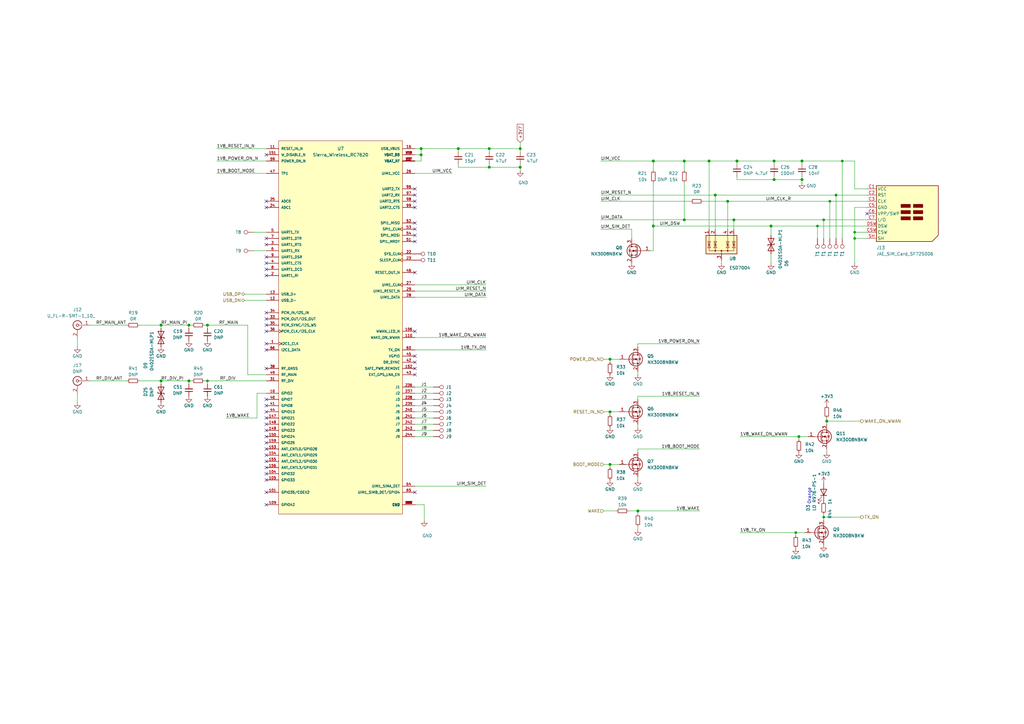
<source format=kicad_sch>
(kicad_sch (version 20230819) (generator eeschema)
  (paper "A3")
  (junction (at 250.19 147.32) (diameter 1.016))
  (junction (at 300.99 90.17) (diameter 1.016))
  (junction (at 77.47 133.35) (diameter 1.016))
  (junction (at 293.37 80.01) (diameter 1.016))
  (junction (at 250.19 190.5) (diameter 1.016))
  (junction (at 327.66 179.07) (diameter 1.016))
  (junction (at 267.97 92.71) (diameter 1.016))
  (junction (at 340.36 82.55))
  (junction (at 298.45 82.55) (diameter 1.016))
  (junction (at 213.36 68.58) (diameter 1.016))
  (junction (at 317.5 73.66) (diameter 1.016))
  (junction (at 342.9 80.01))
  (junction (at 85.09 156.21))
  (junction (at 77.47 156.21) (diameter 1.016))
  (junction (at 317.5 66.04) (diameter 1.016))
  (junction (at 339.09 172.72) (diameter 1.016))
  (junction (at 302.26 66.04) (diameter 1.016))
  (junction (at 66.04 133.35) (diameter 1.016))
  (junction (at 326.39 218.44))
  (junction (at 328.93 73.66) (diameter 1.016))
  (junction (at 345.44 66.04))
  (junction (at 280.67 66.04) (diameter 1.016))
  (junction (at 66.04 156.21) (diameter 1.016))
  (junction (at 350.52 97.79))
  (junction (at 337.82 212.09))
  (junction (at 337.82 90.17))
  (junction (at 261.62 209.55) (diameter 1.016))
  (junction (at 335.28 92.71))
  (junction (at 85.09 133.35) (diameter 1.016))
  (junction (at 267.97 66.04) (diameter 1.016))
  (junction (at 200.66 68.58) (diameter 1.016))
  (junction (at 316.23 92.71) (diameter 1.016))
  (junction (at 172.72 60.96) (diameter 1.016))
  (junction (at 328.93 66.04) (diameter 1.016))
  (junction (at 280.67 90.17) (diameter 1.016))
  (junction (at 350.52 95.25))
  (junction (at 200.66 60.96) (diameter 1.016))
  (junction (at 187.96 60.96) (diameter 1.016))
  (junction (at 213.36 60.96) (diameter 1.016))
  (junction (at 172.72 63.5) (diameter 1.016))
  (junction (at 290.83 66.04) (diameter 1.016))
  (junction (at 250.19 168.91) (diameter 1.016))
  (no_connect (at 170.18 77.47))
  (no_connect (at 170.18 80.01))
  (no_connect (at 170.18 82.55))
  (no_connect (at 170.18 85.09))
  (no_connect (at 170.18 91.44))
  (no_connect (at 170.18 93.98))
  (no_connect (at 170.18 96.52))
  (no_connect (at 170.18 99.06))
  (no_connect (at 170.18 201.93))
  (no_connect (at 170.18 111.76))
  (no_connect (at 109.22 151.13))
  (no_connect (at 109.22 163.83))
  (no_connect (at 109.22 166.37))
  (no_connect (at 109.22 168.91))
  (no_connect (at 109.22 171.45))
  (no_connect (at 109.22 173.99))
  (no_connect (at 109.22 176.53))
  (no_connect (at 109.22 179.07))
  (no_connect (at 170.18 135.89))
  (no_connect (at 109.22 63.5))
  (no_connect (at 109.22 184.15))
  (no_connect (at 109.22 186.69))
  (no_connect (at 109.22 189.23))
  (no_connect (at 109.22 191.77))
  (no_connect (at 109.22 194.31))
  (no_connect (at 109.22 196.85))
  (no_connect (at 109.22 201.93))
  (no_connect (at 109.22 207.01))
  (no_connect (at 170.18 148.59))
  (no_connect (at 170.18 153.67))
  (no_connect (at 109.22 181.61))
  (no_connect (at 170.18 146.05))
  (no_connect (at 109.22 82.55))
  (no_connect (at 109.22 85.09))
  (no_connect (at 109.22 97.79))
  (no_connect (at 109.22 100.33))
  (no_connect (at 109.22 105.41))
  (no_connect (at 109.22 107.95))
  (no_connect (at 109.22 110.49))
  (no_connect (at 109.22 113.03))
  (no_connect (at 109.22 128.27))
  (no_connect (at 109.22 130.81))
  (no_connect (at 109.22 133.35))
  (no_connect (at 109.22 135.89))
  (no_connect (at 109.22 140.97))
  (no_connect (at 109.22 143.51))
  (no_connect (at 170.18 151.13))
  (no_connect (at 355.6 87.63))
  (wire (pts (xy 300.99 90.17) (xy 300.99 93.98)))
  (wire (pts (xy 327.66 179.07) (xy 331.47 179.07)))
  (wire (pts (xy 170.18 116.84) (xy 199.39 116.84)))
  (wire (pts (xy 31.75 138.43) (xy 31.75 142.24)))
  (wire (pts (xy 213.36 58.42) (xy 213.36 60.96)))
  (wire (pts (xy 177.8 171.45) (xy 170.18 171.45)))
  (wire (pts (xy 317.5 66.04) (xy 328.93 66.04)))
  (wire (pts (xy 350.52 66.04) (xy 345.44 66.04)))
  (wire (pts (xy 350.52 77.47) (xy 350.52 66.04)))
  (wire (pts (xy 355.6 77.47) (xy 350.52 77.47)))
  (wire (pts (xy 342.9 80.01) (xy 355.6 80.01)))
  (wire (pts (xy 267.97 66.04) (xy 267.97 69.85)))
  (wire (pts (xy 302.26 66.04) (xy 317.5 66.04)))
  (wire (pts (xy 250.19 168.91) (xy 254 168.91)))
  (wire (pts (xy 101.6 153.67) (xy 109.22 153.67)))
  (wire (pts (xy 187.96 68.58) (xy 187.96 67.31)))
  (wire (pts (xy 200.66 68.58) (xy 187.96 68.58)))
  (wire (pts (xy 250.19 168.91) (xy 250.19 170.18)))
  (wire (pts (xy 337.82 210.82) (xy 337.82 212.09)))
  (wire (pts (xy 302.26 72.39) (xy 302.26 73.66)))
  (wire (pts (xy 302.26 73.66) (xy 317.5 73.66)))
  (wire (pts (xy 317.5 73.66) (xy 328.93 73.66)))
  (wire (pts (xy 328.93 73.66) (xy 328.93 72.39)))
  (wire (pts (xy 316.23 92.71) (xy 316.23 96.52)))
  (wire (pts (xy 247.65 209.55) (xy 252.73 209.55)))
  (wire (pts (xy 77.47 133.35) (xy 78.74 133.35)))
  (wire (pts (xy 170.18 143.51) (xy 199.39 143.51)))
  (wire (pts (xy 36.83 133.35) (xy 52.07 133.35)))
  (wire (pts (xy 177.8 176.53) (xy 170.18 176.53)))
  (wire (pts (xy 298.45 82.55) (xy 340.36 82.55)))
  (wire (pts (xy 85.09 133.35) (xy 85.09 134.62)))
  (wire (pts (xy 316.23 92.71) (xy 335.28 92.71)))
  (wire (pts (xy 350.52 85.09) (xy 350.52 95.25)))
  (wire (pts (xy 355.6 85.09) (xy 350.52 85.09)))
  (wire (pts (xy 170.18 119.38) (xy 199.39 119.38)))
  (wire (pts (xy 280.67 90.17) (xy 300.99 90.17)))
  (wire (pts (xy 300.99 90.17) (xy 337.82 90.17)))
  (wire (pts (xy 177.8 158.75) (xy 170.18 158.75)))
  (wire (pts (xy 337.82 90.17) (xy 337.82 97.79)))
  (wire (pts (xy 327.66 179.07) (xy 303.53 179.07)))
  (wire (pts (xy 246.38 80.01) (xy 293.37 80.01)))
  (wire (pts (xy 170.18 207.01) (xy 173.99 207.01)))
  (wire (pts (xy 173.99 207.01) (xy 173.99 213.36)))
  (wire (pts (xy 326.39 218.44) (xy 330.2 218.44)))
  (wire (pts (xy 200.66 60.96) (xy 200.66 62.23)))
  (wire (pts (xy 261.62 196.85) (xy 261.62 195.58)))
  (wire (pts (xy 290.83 66.04) (xy 290.83 93.98)))
  (wire (pts (xy 66.04 156.21) (xy 77.47 156.21)))
  (wire (pts (xy 316.23 104.14) (xy 316.23 107.95)))
  (wire (pts (xy 267.97 92.71) (xy 316.23 92.71)))
  (wire (pts (xy 57.15 133.35) (xy 66.04 133.35)))
  (wire (pts (xy 200.66 67.31) (xy 200.66 68.58)))
  (wire (pts (xy 200.66 68.58) (xy 213.36 68.58)))
  (wire (pts (xy 213.36 68.58) (xy 213.36 67.31)))
  (wire (pts (xy 66.04 133.35) (xy 77.47 133.35)))
  (wire (pts (xy 298.45 82.55) (xy 298.45 93.98)))
  (wire (pts (xy 261.62 175.26) (xy 261.62 173.99)))
  (wire (pts (xy 339.09 185.42) (xy 339.09 184.15)))
  (wire (pts (xy 246.38 93.98) (xy 259.08 93.98)))
  (wire (pts (xy 259.08 93.98) (xy 259.08 97.79)))
  (wire (pts (xy 247.65 190.5) (xy 250.19 190.5)))
  (wire (pts (xy 213.36 68.58) (xy 213.36 69.85)))
  (wire (pts (xy 85.09 133.35) (xy 101.6 133.35)))
  (wire (pts (xy 88.9 66.04) (xy 109.22 66.04)))
  (wire (pts (xy 261.62 162.56) (xy 261.62 163.83)))
  (wire (pts (xy 77.47 156.21) (xy 77.47 157.48)))
  (wire (pts (xy 177.8 168.91) (xy 170.18 168.91)))
  (wire (pts (xy 350.52 95.25) (xy 350.52 97.79)))
  (wire (pts (xy 355.6 95.25) (xy 350.52 95.25)))
  (wire (pts (xy 350.52 97.79) (xy 350.52 107.95)))
  (wire (pts (xy 355.6 97.79) (xy 350.52 97.79)))
  (wire (pts (xy 250.19 190.5) (xy 254 190.5)))
  (wire (pts (xy 187.96 60.96) (xy 200.66 60.96)))
  (wire (pts (xy 200.66 60.96) (xy 213.36 60.96)))
  (wire (pts (xy 213.36 62.23) (xy 213.36 60.96)))
  (wire (pts (xy 303.53 218.44) (xy 326.39 218.44)))
  (wire (pts (xy 77.47 133.35) (xy 77.47 134.62)))
  (wire (pts (xy 328.93 73.66) (xy 328.93 74.93)))
  (wire (pts (xy 170.18 138.43) (xy 199.39 138.43)))
  (wire (pts (xy 295.91 107.95) (xy 295.91 106.68)))
  (wire (pts (xy 85.09 156.21) (xy 109.22 156.21)))
  (wire (pts (xy 170.18 66.04) (xy 172.72 66.04)))
  (wire (pts (xy 172.72 63.5) (xy 172.72 66.04)))
  (wire (pts (xy 31.75 161.29) (xy 31.75 165.1)))
  (wire (pts (xy 345.44 66.04) (xy 345.44 97.79)))
  (wire (pts (xy 339.09 172.72) (xy 339.09 173.99)))
  (wire (pts (xy 187.96 60.96) (xy 187.96 62.23)))
  (wire (pts (xy 335.28 92.71) (xy 335.28 97.79)))
  (wire (pts (xy 337.82 90.17) (xy 355.6 90.17)))
  (wire (pts (xy 177.8 166.37) (xy 170.18 166.37)))
  (wire (pts (xy 66.04 133.35) (xy 66.04 134.62)))
  (wire (pts (xy 246.38 90.17) (xy 280.67 90.17)))
  (wire (pts (xy 101.6 133.35) (xy 101.6 153.67)))
  (wire (pts (xy 261.62 184.15) (xy 261.62 185.42)))
  (wire (pts (xy 85.09 156.21) (xy 85.09 157.48)))
  (wire (pts (xy 293.37 80.01) (xy 293.37 93.98)))
  (wire (pts (xy 104.14 102.87) (xy 109.22 102.87)))
  (wire (pts (xy 109.22 95.25) (xy 104.14 95.25)))
  (wire (pts (xy 247.65 147.32) (xy 250.19 147.32)))
  (wire (pts (xy 250.19 147.32) (xy 254 147.32)))
  (wire (pts (xy 247.65 168.91) (xy 250.19 168.91)))
  (wire (pts (xy 327.66 179.07) (xy 327.66 180.34)))
  (wire (pts (xy 170.18 121.92) (xy 199.39 121.92)))
  (wire (pts (xy 170.18 71.12) (xy 185.42 71.12)))
  (wire (pts (xy 290.83 66.04) (xy 302.26 66.04)))
  (wire (pts (xy 317.5 72.39) (xy 317.5 73.66)))
  (wire (pts (xy 267.97 66.04) (xy 280.67 66.04)))
  (wire (pts (xy 280.67 66.04) (xy 290.83 66.04)))
  (wire (pts (xy 250.19 147.32) (xy 250.19 148.59)))
  (wire (pts (xy 261.62 140.97) (xy 261.62 142.24)))
  (wire (pts (xy 246.38 66.04) (xy 267.97 66.04)))
  (wire (pts (xy 342.9 80.01) (xy 342.9 97.79)))
  (wire (pts (xy 340.36 82.55) (xy 340.36 97.79)))
  (wire (pts (xy 335.28 92.71) (xy 355.6 92.71)))
  (wire (pts (xy 261.62 215.9) (xy 261.62 217.17)))
  (wire (pts (xy 280.67 66.04) (xy 280.67 69.85)))
  (wire (pts (xy 177.8 173.99) (xy 170.18 173.99)))
  (wire (pts (xy 88.9 60.96) (xy 109.22 60.96)))
  (wire (pts (xy 83.82 133.35) (xy 85.09 133.35)))
  (wire (pts (xy 250.19 190.5) (xy 250.19 191.77)))
  (wire (pts (xy 261.62 153.67) (xy 261.62 152.4)))
  (wire (pts (xy 288.29 82.55) (xy 298.45 82.55)))
  (wire (pts (xy 170.18 60.96) (xy 172.72 60.96)))
  (wire (pts (xy 172.72 60.96) (xy 172.72 63.5)))
  (wire (pts (xy 172.72 63.5) (xy 170.18 63.5)))
  (wire (pts (xy 100.33 123.19) (xy 109.22 123.19)))
  (wire (pts (xy 340.36 82.55) (xy 355.6 82.55)))
  (wire (pts (xy 337.82 212.09) (xy 337.82 213.36)))
  (wire (pts (xy 337.82 212.09) (xy 353.06 212.09)))
  (wire (pts (xy 287.02 184.15) (xy 261.62 184.15)))
  (wire (pts (xy 172.72 60.96) (xy 187.96 60.96)))
  (wire (pts (xy 105.41 161.29) (xy 109.22 161.29)))
  (wire (pts (xy 261.62 209.55) (xy 287.02 209.55)))
  (wire (pts (xy 302.26 67.31) (xy 302.26 66.04)))
  (wire (pts (xy 328.93 66.04) (xy 328.93 67.31)))
  (wire (pts (xy 88.9 71.12) (xy 109.22 71.12)))
  (wire (pts (xy 267.97 74.93) (xy 267.97 92.71)))
  (wire (pts (xy 36.83 156.21) (xy 52.07 156.21)))
  (wire (pts (xy 353.06 172.72) (xy 339.09 172.72)))
  (wire (pts (xy 326.39 218.44) (xy 326.39 219.71)))
  (wire (pts (xy 246.38 82.55) (xy 283.21 82.55)))
  (wire (pts (xy 177.8 161.29) (xy 170.18 161.29)))
  (wire (pts (xy 177.8 179.07) (xy 170.18 179.07)))
  (wire (pts (xy 177.8 163.83) (xy 170.18 163.83)))
  (wire (pts (xy 287.02 162.56) (xy 261.62 162.56)))
  (wire (pts (xy 83.82 156.21) (xy 85.09 156.21)))
  (wire (pts (xy 170.18 199.39) (xy 199.39 199.39)))
  (wire (pts (xy 57.15 156.21) (xy 66.04 156.21)))
  (wire (pts (xy 66.04 156.21) (xy 66.04 157.48)))
  (wire (pts (xy 92.71 171.45) (xy 105.41 171.45)))
  (wire (pts (xy 280.67 74.93) (xy 280.67 90.17)))
  (wire (pts (xy 105.41 171.45) (xy 105.41 161.29)))
  (wire (pts (xy 317.5 66.04) (xy 317.5 67.31)))
  (wire (pts (xy 257.81 209.55) (xy 261.62 209.55)))
  (wire (pts (xy 345.44 66.04) (xy 328.93 66.04)))
  (wire (pts (xy 293.37 80.01) (xy 342.9 80.01)))
  (wire (pts (xy 100.33 120.65) (xy 109.22 120.65)))
  (wire (pts (xy 261.62 209.55) (xy 261.62 210.82)))
  (wire (pts (xy 287.02 140.97) (xy 261.62 140.97)))
  (wire (pts (xy 267.97 92.71) (xy 267.97 102.87)))
  (wire (pts (xy 267.97 102.87) (xy 266.7 102.87)))
  (wire (pts (xy 77.47 156.21) (xy 78.74 156.21)))
  (wire (pts (xy 339.09 171.45) (xy 339.09 172.72)))
  (text "Orange" (at 332.74 200.025 90) (effects (font (size 1.27 1.27)) (justify right bottom)))
  (label "UIM_CLK_R" (at 324.485 82.55 180))
  (label "J2" (at 172.72 161.29 0))
  (label "J4" (at 172.72 166.37 0))
  (label "UIM_DATA" (at 199.39 121.92 180))
  (label "RF_DIV" (at 90.17 156.21 0))
  (label "1V8_TX_ON" (at 199.39 143.51 180))
  (label "UIM_VCC" (at 185.42 71.12 180))
  (label "1V8_RESET_IN_N" (at 88.9 60.96 0))
  (label "1V8_RESET_IN_N" (at 287.02 162.56 180))
  (label "UIM_DSW" (at 270.51 92.71 0))
  (label "UIM_CLK" (at 246.38 82.55 0))
  (label "J8" (at 172.72 176.53 0))
  (label "UIM_VCC" (at 246.38 66.04 0))
  (label "RF_MAIN_ANT" (at 39.37 133.35 0))
  (label "1V8_BOOT_MODE" (at 88.9 71.12 0))
  (label "J3" (at 172.72 163.83 0))
  (label "RF_MAIN" (at 97.79 133.35 180))
  (label "RF_DIV_ANT" (at 39.37 156.21 0))
  (label "UIM_RESET_N" (at 246.38 80.01 0))
  (label "UIM_SIM_DET" (at 199.39 199.39 180))
  (label "J5" (at 172.72 168.91 0))
  (label "J7" (at 172.72 173.99 0))
  (label "RF_MAIN_PI" (at 66.04 133.35 0))
  (label "1V8_POWER_ON_N" (at 88.9 66.04 0))
  (label "UIM_RESET_N" (at 199.39 119.38 180))
  (label "1V8_BOOT_MODE" (at 287.02 184.15 180))
  (label "1V8_TX_ON" (at 303.53 218.44 0))
  (label "1V8_WAKE_ON_WWAN" (at 199.39 138.43 180))
  (label "UIM_SIM_DET" (at 246.38 93.98 0))
  (label "J9" (at 172.72 179.07 0))
  (label "1V8_WAKE" (at 92.71 171.45 0))
  (label "RF_DIV_PI" (at 66.04 156.21 0))
  (label "1V8_POWER_ON_N" (at 287.02 140.97 180))
  (label "J4" (at 172.72 166.37 0))
  (label "J1" (at 172.72 158.75 0))
  (label "UIM_CLK" (at 199.39 116.84 180))
  (label "1V8_WAKE_ON_WWAN" (at 303.53 179.07 0))
  (label "1V8_WAKE" (at 287.02 209.55 180))
  (label "UIM_DATA" (at 246.38 90.17 0))
  (label "J6" (at 172.72 171.45 0))
  (global_label "+3V7" (shape input) (at 213.36 58.42 90) (property "Intersheetrefs" "${INTERSHEET_REFS}" (effects hide)))
  (hierarchical_label "RESET_IN_N" (shape input) (at 247.65 168.91 180))
  (hierarchical_label "USB_DN" (shape bidirectional) (at 100.33 123.19 180))
  (hierarchical_label "USB_DP" (shape bidirectional) (at 100.33 120.65 180))
  (hierarchical_label "BOOT_MODE" (shape input) (at 247.65 190.5 180))
  (hierarchical_label "TX_ON" (shape output) (at 353.06 212.09 0))
  (hierarchical_label "WAKE_ON_WWAN" (shape output) (at 353.06 172.72 0))
  (hierarchical_label "WAKE" (shape input) (at 247.65 209.55 180))
  (hierarchical_label "POWER_ON_N" (shape input) (at 247.65 147.32 180))
  (symbol (lib_id "Device:C_Small") (at 85.09 160.02 0) (unit 1)
    (property "Reference" "C61" (at 87.63 158.75 0) (effects (justify left)))
    (property "Value" "DNP" (at 87.63 161.29 0) (effects (justify left)))
    (property "Footprint" "Capacitor_SMD:C_0402_1005Metric" (effects hide))
  )
  (symbol (lib_id "Device:R_Small") (at 339.09 168.91 0) (mirror y) (unit 1)
    (property "Reference" "R46" (at 341.63 168.275 0) (effects (justify right)))
    (property "Value" "10k" (at 341.63 170.815 0) (effects (justify right)))
    (property "Footprint" "Resistor_SMD:R_0402_1005Metric" (effects hide))
  )
  (symbol (lib_id "power:GND") (at 31.75 165.1 0) (unit 1)
    (property "Reference" "#PWR0130" (effects hide))
    (property "Value" "GND" (at 31.75 168.91 0))
  )
  (symbol (lib_id "Connector:TestPoint") (at 345.44 97.79 180) (unit 1)
    (property "Reference" "T1" (at 345.44 102.87 90) (effects (justify left)))
    (property "Value" " " (at 344.17 102.87 90) (effects (justify left)))
    (property "Footprint" "TestPoint:TestPoint_Pad_D1.0mm" (effects hide))
    (instances (project "bugg-main-r5" (path "" (reference "T1") (unit 1)) (path "" (reference "T4") (unit 1))))
  )
  (symbol (lib_id "Device:R_Small") (at 250.19 194.31 0) (unit 1)
    (property "Reference" "R38" (at 252.73 193.675 0) (effects (justify left)))
    (property "Value" "10k" (at 252.73 196.215 0) (effects (justify left)))
    (property "Footprint" "Resistor_SMD:R_0402_1005Metric" (effects hide))
  )
  (symbol (lib_id "j_RF_Module:Sierra_Wireless_RC7620") (at 139.7 143.51 0) (unit 1)
    (property "Reference" "U7" (at 139.7 60.96 0))
    (property "Value" "Sierra_Wireless_RC7620" (at 139.7 63.5 0))
    (property "Footprint" "jeffmakes-footprints:Cellular_Modem-Sierra-Wireless-module-CF3-ringCD" (effects hide))
    (property "MANUFACTURER" "Sierra Wireliess" (effects hide))
  )
  (symbol (lib_id "power:GND") (at 31.75 142.24 0) (unit 1)
    (property "Reference" "#PWR0129" (effects hide))
    (property "Value" "GND" (at 31.75 146.05 0))
  )
  (symbol (lib_id "power:GND") (at 261.62 217.17 0) (unit 1)
    (property "Reference" "#PWR0146" (effects hide))
    (property "Value" "GND" (at 261.62 220.98 0))
  )
  (symbol (lib_id "Device:R_Small") (at 327.66 182.88 0) (unit 1)
    (property "Reference" "R42" (at 330.2 182.245 0) (effects (justify left)))
    (property "Value" "10k" (at 330.2 184.785 0) (effects (justify left)))
    (property "Footprint" "Resistor_SMD:R_0402_1005Metric" (effects hide))
  )
  (symbol (lib_id "Device:R_Small") (at 81.28 156.21 90) (unit 1)
    (property "Reference" "R45" (at 81.28 151.13 90))
    (property "Value" "DNP" (at 81.28 153.67 90))
    (property "Footprint" "Resistor_SMD:R_0402_1005Metric" (effects hide))
  )
  (symbol (lib_id "power:GND") (at 66.04 165.1 0) (unit 1)
    (property "Reference" "#PWR0132" (effects hide))
    (property "Value" "GND" (at 66.04 168.91 0))
  )
  (symbol (lib_id "Device:Q_NMOS_GSD") (at 259.08 147.32 0) (unit 1)
    (property "Reference" "Q5" (at 265.43 146.05 0) (effects (justify left)))
    (property "Value" "NX3008NBKW" (at 265.43 148.59 0) (effects (justify left)))
    (property "Footprint" "Package_TO_SOT_SMD:SOT-323_SC-70" (effects hide))
  )
  (symbol (lib_id "Connector:Conn_Coaxial") (at 31.75 156.21 0) (mirror y) (unit 1)
    (property "Reference" "J17" (at 31.75 149.86 0))
    (property "Value" "DNP" (at 31.75 152.4 0))
    (property "Footprint" "jeffmakes-footprints:U.FL_Hirose_U.FL-R-SMT-1-copper-keepout" (effects hide))
    (property "Datasheet" " ~" (effects hide))
    (property "Status" "Active" (effects hide))
  )
  (symbol (lib_id "Device:D_TVS") (at 66.04 161.29 90) (unit 1)
    (property "Reference" "D25" (at 59.69 158.75 0) (effects (justify right)))
    (property "Value" "DNP" (at 62.23 158.75 0) (effects (justify right)))
    (property "Footprint" "Diode_SMD:D_0402_1005Metric" (effects hide))
  )
  (symbol (lib_id "Device:D_TVS") (at 316.23 100.33 270) (mirror x) (unit 1)
    (property "Reference" "D6" (at 322.58 106.68 0) (effects (justify right)))
    (property "Value" "0402ESDA-MLP1" (at 320.04 93.98 0) (effects (justify right)))
    (property "Footprint" "Diode_SMD:D_0402_1005Metric" (effects hide))
  )
  (symbol (lib_id "Connector:TestPoint") (at 177.8 161.29 270) (unit 1) (in_bom no)
    (property "Reference" "J2" (at 182.88 161.29 90) (effects (justify left)))
    (property "Value" " " (at 182.88 162.56 90) (effects (justify left)))
    (property "Footprint" "TestPoint:TestPoint_Pad_D1.0mm" (effects hide))
  )
  (symbol (lib_id "Connector:TestPoint") (at 177.8 171.45 270) (unit 1) (in_bom no)
    (property "Reference" "J6" (at 182.88 171.45 90) (effects (justify left)))
    (property "Value" " " (at 182.88 172.72 90) (effects (justify left)))
    (property "Footprint" "TestPoint:TestPoint_Pad_D1.0mm" (effects hide))
  )
  (symbol (lib_id "Device:C_Small") (at 213.36 64.77 0) (unit 1)
    (property "Reference" "C23" (at 215.9 63.5 0) (effects (justify left)))
    (property "Value" "47uF" (at 215.9 66.04 0) (effects (justify left)))
    (property "Footprint" "Capacitor_SMD:C_0805_2012Metric" (effects hide))
    (property "Voltage" "6.3V" (effects hide))
  )
  (symbol (lib_id "Device:R_Small") (at 81.28 133.35 90) (unit 1)
    (property "Reference" "R20" (at 81.28 128.27 90))
    (property "Value" "0R" (at 81.28 130.81 90))
    (property "Footprint" "Resistor_SMD:R_0402_1005Metric" (effects hide))
  )
  (symbol (lib_id "power:GND") (at 316.23 107.95 0) (unit 1)
    (property "Reference" "#PWR0148" (effects hide))
    (property "Value" "GND" (at 316.23 111.76 0))
  )
  (symbol (lib_id "power:GND") (at 259.08 107.95 0) (unit 1)
    (property "Reference" "#PWR0142" (effects hide))
    (property "Value" "GND" (at 259.08 111.76 0))
  )
  (symbol (lib_id "Device:R_Small") (at 54.61 133.35 90) (unit 1)
    (property "Reference" "R19" (at 54.61 128.27 90))
    (property "Value" "0R" (at 54.61 130.81 90))
    (property "Footprint" "Resistor_SMD:R_0402_1005Metric" (effects hide))
  )
  (symbol (lib_id "Connector:TestPoint") (at 177.8 168.91 270) (unit 1) (in_bom no)
    (property "Reference" "J5" (at 182.88 168.91 90) (effects (justify left)))
    (property "Value" " " (at 182.88 170.18 90) (effects (justify left)))
    (property "Footprint" "TestPoint:TestPoint_Pad_D1.0mm" (effects hide))
  )
  (symbol (lib_id "Connector:TestPoint") (at 177.8 166.37 270) (unit 1) (in_bom no)
    (property "Reference" "J4" (at 182.88 166.37 90) (effects (justify left)))
    (property "Value" " " (at 182.88 167.64 90) (effects (justify left)))
    (property "Footprint" "TestPoint:TestPoint_Pad_D1.0mm" (effects hide))
  )
  (symbol (lib_id "Device:R_Small") (at 250.19 172.72 0) (unit 1)
    (property "Reference" "R37" (at 252.73 172.085 0) (effects (justify left)))
    (property "Value" "10k" (at 252.73 174.625 0) (effects (justify left)))
    (property "Footprint" "Resistor_SMD:R_0402_1005Metric" (effects hide))
  )
  (symbol (lib_id "Device:Q_NMOS_GSD") (at 336.55 179.07 0) (unit 1)
    (property "Reference" "Q11" (at 342.9 177.8 0) (effects (justify left)))
    (property "Value" "NX3008NBKW" (at 342.9 180.34 0) (effects (justify left)))
    (property "Footprint" "Package_TO_SOT_SMD:SOT-323_SC-70" (effects hide))
  )
  (symbol (lib_id "Device:R_Small") (at 285.75 82.55 90) (mirror x) (unit 1)
    (property "Reference" "R23" (at 285.75 76.2 90))
    (property "Value" "0R" (at 285.75 78.74 90))
    (property "Footprint" "Resistor_SMD:R_0402_1005Metric" (effects hide))
  )
  (symbol (lib_id "Device:C_Small") (at 77.47 160.02 0) (mirror x) (unit 1)
    (property "Reference" "C51" (at 74.93 158.75 0) (effects (justify right)))
    (property "Value" "DNP" (at 74.93 161.29 0) (effects (justify right)))
    (property "Footprint" "Capacitor_SMD:C_0402_1005Metric" (effects hide))
  )
  (symbol (lib_id "Connector:TestPoint") (at 342.9 97.79 180) (unit 1)
    (property "Reference" "T1" (at 342.9 102.87 90) (effects (justify left)))
    (property "Value" " " (at 341.63 102.87 90) (effects (justify left)))
    (property "Footprint" "TestPoint:TestPoint_Pad_D1.0mm" (effects hide))
    (instances (project "bugg-main-r5" (path "" (reference "T1") (unit 1)) (path "" (reference "T58") (unit 1))))
  )
  (symbol (lib_id "power:GND") (at 250.19 196.85 0) (unit 1)
    (property "Reference" "#PWR0141" (effects hide))
    (property "Value" "GND" (at 250.19 200.66 0))
  )
  (symbol (lib_id "Device:Q_NMOS_GSD") (at 259.08 168.91 0) (unit 1)
    (property "Reference" "Q6" (at 265.43 167.64 0) (effects (justify left)))
    (property "Value" "NX3008NBKW" (at 265.43 170.18 0) (effects (justify left)))
    (property "Footprint" "Package_TO_SOT_SMD:SOT-323_SC-70" (effects hide))
  )
  (symbol (lib_id "Device:D_TVS") (at 66.04 138.43 90) (unit 1)
    (property "Reference" "D9" (at 59.69 148.59 0) (effects (justify right)))
    (property "Value" "0402ESDA-MLP1" (at 62.23 135.89 0) (effects (justify right)))
    (property "Footprint" "Diode_SMD:D_0402_1005Metric" (effects hide))
  )
  (symbol (lib_id "power:GND") (at 326.39 224.79 0) (unit 1)
    (property "Reference" "#PWR0149" (effects hide))
    (property "Value" "GND" (at 326.39 228.6 0))
  )
  (symbol (lib_id "Device:C_Small") (at 77.47 137.16 0) (mirror x) (unit 1)
    (property "Reference" "C19" (at 74.93 135.89 0) (effects (justify right)))
    (property "Value" "DNP" (at 74.93 138.43 0) (effects (justify right)))
    (property "Footprint" "Capacitor_SMD:C_0402_1005Metric" (effects hide))
  )
  (symbol (lib_id "power:GND") (at 261.62 196.85 0) (unit 1)
    (property "Reference" "#PWR0145" (effects hide))
    (property "Value" "GND" (at 261.62 200.66 0))
  )
  (symbol (lib_id "Device:LED") (at 337.82 201.93 270) (mirror x) (unit 1)
    (property "Reference" "D3" (at 331.47 208.28 0))
    (property "Value" "LO R976-PS-1" (at 334.01 201.93 0))
    (property "Footprint" "jeffmakes-footprints:CHIPLED-0805" (effects hide))
  )
  (symbol (lib_id "power:GND") (at 337.82 223.52 0) (unit 1)
    (property "Reference" "#PWR0154" (effects hide))
    (property "Value" "GND" (at 337.947 227.9142 0))
  )
  (symbol (lib_id "power:GND") (at 328.93 74.93 0) (unit 1)
    (property "Reference" "#PWR0151" (effects hide))
    (property "Value" "GND" (at 332.74 76.2 0))
  )
  (symbol (lib_id "power:+3V3") (at 339.09 166.37 0) (mirror y) (unit 1)
    (property "Reference" "#PWR0155" (effects hide))
    (property "Value" "+3V3" (at 339.09 162.56 0))
  )
  (symbol (lib_id "power:GND") (at 173.99 213.36 0) (unit 1)
    (property "Reference" "#PWR0137" (effects hide))
    (property "Value" "GND" (at 175.26 219.71 0))
  )
  (symbol (lib_id "Connector:TestPoint") (at 177.8 176.53 270) (unit 1) (in_bom no)
    (property "Reference" "J8" (at 182.88 176.53 90) (effects (justify left)))
    (property "Value" " " (at 182.88 177.8 90) (effects (justify left)))
    (property "Footprint" "TestPoint:TestPoint_Pad_D1.0mm" (effects hide))
  )
  (symbol (lib_id "Device:C_Small") (at 85.09 137.16 0) (unit 1)
    (property "Reference" "C20" (at 87.63 135.89 0) (effects (justify left)))
    (property "Value" "DNP" (at 87.63 138.43 0) (effects (justify left)))
    (property "Footprint" "Capacitor_SMD:C_0402_1005Metric" (effects hide))
  )
  (symbol (lib_id "Device:R_Small") (at 280.67 72.39 0) (mirror x) (unit 1)
    (property "Reference" "R22" (at 278.13 71.12 0) (effects (justify right)))
    (property "Value" "DNP 15k" (at 278.13 73.66 0) (effects (justify right)))
    (property "Footprint" "Resistor_SMD:R_0402_1005Metric" (effects hide))
  )
  (symbol (lib_id "power:+3V3") (at 337.82 198.12 0) (mirror y) (unit 1)
    (property "Reference" "#PWR0153" (effects hide))
    (property "Value" "+3V3" (at 337.82 194.31 0))
  )
  (symbol (lib_id "power:GND") (at 350.52 107.95 0) (unit 1)
    (property "Reference" "#PWR0152" (effects hide))
    (property "Value" "GND" (at 350.52 111.76 0))
  )
  (symbol (lib_id "Connector:TestPoint") (at 335.28 97.79 180) (unit 1)
    (property "Reference" "T1" (at 335.28 102.87 90) (effects (justify left)))
    (property "Value" " " (at 334.01 102.87 90) (effects (justify left)))
    (property "Footprint" "TestPoint:TestPoint_Pad_D1.0mm" (effects hide))
    (instances (project "bugg-main-r5" (path "" (reference "T1") (unit 1)) (path "" (reference "T55") (unit 1))))
  )
  (symbol (lib_id "power:GND") (at 213.36 69.85 0) (unit 1)
    (property "Reference" "#PWR0138" (effects hide))
    (property "Value" "GND" (at 214.63 74.93 0))
  )
  (symbol (lib_id "j_Power_Protection:ESD7004") (at 295.91 101.6 0) (unit 1)
    (property "Reference" "U8" (at 299.085 106.045 0) (effects (justify left)))
    (property "Value" "ESD7004" (at 299.085 109.855 0) (effects (justify left)))
    (property "Footprint" "Package_SON:USON-10_2.5x1.0mm_P0.5mm" (effects hide))
    (property "Datasheet" "http://www.ti.com/lit/ds/symlink/tpd4e02b04.pdf" (effects hide))
  )
  (symbol (lib_id "Connector:Conn_Coaxial") (at 31.75 133.35 0) (mirror y) (unit 1)
    (property "Reference" "J12" (at 31.75 127 0))
    (property "Value" "U_FL-R-SMT-1_10_" (at 29.21 129.54 0))
    (property "Footprint" "jeffmakes-footprints:U.FL_Hirose_U.FL-R-SMT-1-copper-keepout" (effects hide))
    (property "Datasheet" " ~" (effects hide))
    (property "Status" "Active" (effects hide))
  )
  (symbol (lib_id "Connector:JAE_SIM_Card_SF72S006") (at 355.6 87.63 0) (unit 1)
    (property "Reference" "J13" (at 359.41 101.6 0) (effects (justify left)))
    (property "Value" "JAE_SIM_Card_SF72S006" (at 359.41 104.14 0) (effects (justify left)))
    (property "Footprint" "Connector_JAE:JAE_SIM_Card_SF72S006" (effects hide))
    (property "Datasheet" "https://www.jae.com/direct/topics/topics_file_download/topics_id=68892&ext_no=06&index=0&_lang=en&v=202003111511468456809" (effects hide))
  )
  (symbol (lib_id "Connector:TestPoint") (at 340.36 97.79 180) (unit 1)
    (property "Reference" "T1" (at 340.36 102.87 90) (effects (justify left)))
    (property "Value" " " (at 339.09 102.87 90) (effects (justify left)))
    (property "Footprint" "TestPoint:TestPoint_Pad_D1.0mm" (effects hide))
    (instances (project "bugg-main-r5" (path "" (reference "T1") (unit 1)) (path "" (reference "T57") (unit 1))))
  )
  (symbol (lib_id "Device:R_Small") (at 261.62 213.36 180) (unit 1)
    (property "Reference" "R40" (at 264.16 212.725 0) (effects (justify right)))
    (property "Value" "10k" (at 264.16 215.265 0) (effects (justify right)))
    (property "Footprint" "Resistor_SMD:R_0402_1005Metric" (effects hide))
  )
  (symbol (lib_id "Device:C_Small") (at 317.5 69.85 0) (unit 1)
    (property "Reference" "C26" (at 320.04 68.58 0) (effects (justify left)))
    (property "Value" "100nF" (at 320.04 71.12 0) (effects (justify left)))
    (property "Footprint" "Capacitor_SMD:C_0402_1005Metric" (effects hide))
  )
  (symbol (lib_id "power:GND") (at 85.09 139.7 0) (unit 1)
    (property "Reference" "#PWR0135" (effects hide))
    (property "Value" "GND" (at 85.09 143.51 0))
  )
  (symbol (lib_id "power:GND") (at 327.66 185.42 0) (unit 1)
    (property "Reference" "#PWR0150" (effects hide))
    (property "Value" "GND" (at 327.66 189.23 0))
  )
  (symbol (lib_id "Connector:TestPoint") (at 177.8 158.75 270) (unit 1) (in_bom no)
    (property "Reference" "J1" (at 182.88 158.75 90) (effects (justify left)))
    (property "Value" " " (at 182.88 160.02 90) (effects (justify left)))
    (property "Footprint" "TestPoint:TestPoint_Pad_D1.0mm" (effects hide))
  )
  (symbol (lib_id "Device:Q_NMOS_GSD") (at 261.62 102.87 0) (mirror y) (unit 1)
    (property "Reference" "Q8" (at 255.27 101.6 0) (effects (justify left)))
    (property "Value" "NX3008NBKW" (at 255.27 104.14 0) (effects (justify left)))
    (property "Footprint" "Package_TO_SOT_SMD:SOT-323_SC-70" (effects hide))
  )
  (symbol (lib_id "Device:C_Small") (at 187.96 64.77 0) (unit 1)
    (property "Reference" "C21" (at 190.5 63.5 0) (effects (justify left)))
    (property "Value" "15pF" (at 190.5 66.04 0) (effects (justify left)))
    (property "Footprint" "Capacitor_SMD:C_0402_1005Metric" (effects hide))
  )
  (symbol (lib_id "power:GND") (at 85.09 162.56 0) (unit 1)
    (property "Reference" "#PWR0136" (effects hide))
    (property "Value" "GND" (at 85.09 166.37 0))
  )
  (symbol (lib_id "Device:R_Small") (at 255.27 209.55 90) (unit 1)
    (property "Reference" "R39" (at 255.27 204.47 90))
    (property "Value" "10k" (at 255.27 207.01 90))
    (property "Footprint" "Resistor_SMD:R_0402_1005Metric" (effects hide))
  )
  (symbol (lib_id "Connector:TestPoint") (at 104.14 102.87 90) (mirror x) (unit 1)
    (property "Reference" "T9" (at 97.79 102.87 90))
    (property "Value" " " (at 102.87 99.06 90))
    (property "Footprint" "TestPoint:TestPoint_Pad_D1.0mm" (effects hide))
  )
  (symbol (lib_id "Device:Q_NMOS_GSD") (at 335.28 218.44 0) (unit 1)
    (property "Reference" "Q9" (at 341.63 217.17 0) (effects (justify left)))
    (property "Value" "NX3008NBKW" (at 341.63 219.71 0) (effects (justify left)))
    (property "Footprint" "Package_TO_SOT_SMD:SOT-323_SC-70" (effects hide))
  )
  (symbol (lib_id "power:GND") (at 261.62 175.26 0) (unit 1)
    (property "Reference" "#PWR0144" (effects hide))
    (property "Value" "GND" (at 261.62 179.07 0))
  )
  (symbol (lib_id "Device:R_Small") (at 337.82 208.28 0) (unit 1)
    (property "Reference" "R44" (at 340.36 210.82 90))
    (property "Value" "1k" (at 340.36 205.74 90))
    (property "Footprint" "Resistor_SMD:R_0402_1005Metric" (effects hide))
  )
  (symbol (lib_id "Connector:TestPoint") (at 170.18 106.68 270) (unit 1)
    (property "Reference" "T11" (at 175.26 106.68 90) (effects (justify left)))
    (property "Value" " " (at 175.26 107.95 90) (effects (justify left)))
    (property "Footprint" "TestPoint:TestPoint_Pad_D1.0mm" (effects hide))
  )
  (symbol (lib_id "Device:R_Small") (at 326.39 222.25 0) (unit 1)
    (property "Reference" "R43" (at 328.93 221.615 0) (effects (justify left)))
    (property "Value" "10k" (at 328.93 224.155 0) (effects (justify left)))
    (property "Footprint" "Resistor_SMD:R_0402_1005Metric" (effects hide))
  )
  (symbol (lib_id "power:GND") (at 250.19 153.67 0) (unit 1)
    (property "Reference" "#PWR0139" (effects hide))
    (property "Value" "GND" (at 250.19 157.48 0))
  )
  (symbol (lib_id "Connector:TestPoint") (at 177.8 163.83 270) (unit 1) (in_bom no)
    (property "Reference" "J3" (at 182.88 163.83 90) (effects (justify left)))
    (property "Value" " " (at 182.88 165.1 90) (effects (justify left)))
    (property "Footprint" "TestPoint:TestPoint_Pad_D1.0mm" (effects hide))
  )
  (symbol (lib_id "Device:C_Small") (at 200.66 64.77 0) (unit 1)
    (property "Reference" "C22" (at 203.2 63.5 0) (effects (justify left)))
    (property "Value" "47uF" (at 203.2 66.04 0) (effects (justify left)))
    (property "Footprint" "Capacitor_SMD:C_0805_2012Metric" (effects hide))
    (property "Voltage" "6.3V" (effects hide))
  )
  (symbol (lib_id "Device:R_Small") (at 267.97 72.39 0) (mirror x) (unit 1)
    (property "Reference" "R21" (at 265.43 71.12 0) (effects (justify right)))
    (property "Value" "10k" (at 265.43 73.66 0) (effects (justify right)))
    (property "Footprint" "Resistor_SMD:R_0402_1005Metric" (effects hide))
  )
  (symbol (lib_id "power:GND") (at 339.09 185.42 0) (unit 1)
    (property "Reference" "#PWR0156" (effects hide))
    (property "Value" "GND" (at 339.09 189.23 0))
  )
  (symbol (lib_id "power:GND") (at 295.91 107.95 0) (unit 1)
    (property "Reference" "#PWR0147" (effects hide))
    (property "Value" "GND" (at 295.91 111.76 0))
  )
  (symbol (lib_id "Connector:TestPoint") (at 170.18 104.14 270) (unit 1)
    (property "Reference" "T10" (at 175.26 104.14 90) (effects (justify left)))
    (property "Value" " " (at 175.26 105.41 90) (effects (justify left)))
    (property "Footprint" "TestPoint:TestPoint_Pad_D1.0mm" (effects hide))
  )
  (symbol (lib_id "power:GND") (at 261.62 153.67 0) (unit 1)
    (property "Reference" "#PWR0143" (effects hide))
    (property "Value" "GND" (at 261.62 157.48 0))
  )
  (symbol (lib_id "Connector:TestPoint") (at 104.14 95.25 90) (mirror x) (unit 1)
    (property "Reference" "T8" (at 97.79 95.25 90))
    (property "Value" " " (at 102.87 91.44 90))
    (property "Footprint" "TestPoint:TestPoint_Pad_D1.0mm" (effects hide))
  )
  (symbol (lib_id "Connector:TestPoint") (at 177.8 173.99 270) (unit 1) (in_bom no)
    (property "Reference" "J7" (at 182.88 173.99 90) (effects (justify left)))
    (property "Value" " " (at 182.88 175.26 90) (effects (justify left)))
    (property "Footprint" "TestPoint:TestPoint_Pad_D1.0mm" (effects hide))
  )
  (symbol (lib_id "Connector:TestPoint") (at 177.8 179.07 270) (unit 1) (in_bom no)
    (property "Reference" "J9" (at 182.88 179.07 90) (effects (justify left)))
    (property "Value" " " (at 182.88 180.34 90) (effects (justify left)))
    (property "Footprint" "TestPoint:TestPoint_Pad_D1.0mm" (effects hide))
  )
  (symbol (lib_id "Device:R_Small") (at 54.61 156.21 90) (unit 1)
    (property "Reference" "R41" (at 54.61 151.13 90))
    (property "Value" "DNP" (at 54.61 153.67 90))
    (property "Footprint" "Resistor_SMD:R_0402_1005Metric" (effects hide))
  )
  (symbol (lib_id "power:GND") (at 77.47 162.56 0) (unit 1)
    (property "Reference" "#PWR0134" (effects hide))
    (property "Value" "GND" (at 77.47 166.37 0))
  )
  (symbol (lib_id "Device:R_Small") (at 250.19 151.13 0) (unit 1)
    (property "Reference" "R33" (at 252.73 150.495 0) (effects (justify left)))
    (property "Value" "10k" (at 252.73 153.035 0) (effects (justify left)))
    (property "Footprint" "Resistor_SMD:R_0402_1005Metric" (effects hide))
  )
  (symbol (lib_id "Device:C_Small") (at 328.93 69.85 0) (unit 1)
    (property "Reference" "C28" (at 331.47 68.58 0) (effects (justify left)))
    (property "Value" "10nF" (at 331.47 71.12 0) (effects (justify left)))
    (property "Footprint" "Capacitor_SMD:C_0402_1005Metric" (effects hide))
    (property "Voltage" "50V" (effects hide))
  )
  (symbol (lib_id "Device:C_Small") (at 302.26 69.85 0) (unit 1)
    (property "Reference" "C24" (at 304.8 68.58 0) (effects (justify left)))
    (property "Value" "DNP 4.7uF" (at 304.8 71.12 0) (effects (justify left)))
    (property "Footprint" "Capacitor_SMD:C_0603_1608Metric" (effects hide))
  )
  (symbol (lib_id "Connector:TestPoint") (at 337.82 97.79 180) (unit 1)
    (property "Reference" "T1" (at 337.82 102.87 90) (effects (justify left)))
    (property "Value" " " (at 336.55 102.87 90) (effects (justify left)))
    (property "Footprint" "TestPoint:TestPoint_Pad_D1.0mm" (effects hide))
    (instances (project "bugg-main-r5" (path "" (reference "T1") (unit 1)) (path "" (reference "T56") (unit 1))))
  )
  (symbol (lib_id "Device:Q_NMOS_GSD") (at 259.08 190.5 0) (unit 1)
    (property "Reference" "Q7" (at 265.43 189.23 0) (effects (justify left)))
    (property "Value" "NX3008NBKW" (at 265.43 191.77 0) (effects (justify left)))
    (property "Footprint" "Package_TO_SOT_SMD:SOT-323_SC-70" (effects hide))
  )
  (symbol (lib_id "power:GND") (at 66.04 142.24 0) (unit 1)
    (property "Reference" "#PWR0131" (effects hide))
    (property "Value" "GND" (at 66.04 146.05 0))
  )
  (symbol (lib_id "power:GND") (at 250.19 175.26 0) (unit 1)
    (property "Reference" "#PWR0140" (effects hide))
    (property "Value" "GND" (at 250.19 179.07 0))
  )
  (symbol (lib_id "power:GND") (at 77.47 139.7 0) (unit 1)
    (property "Reference" "#PWR0133" (effects hide))
    (property "Value" "GND" (at 77.47 143.51 0))
  )
)
</source>
